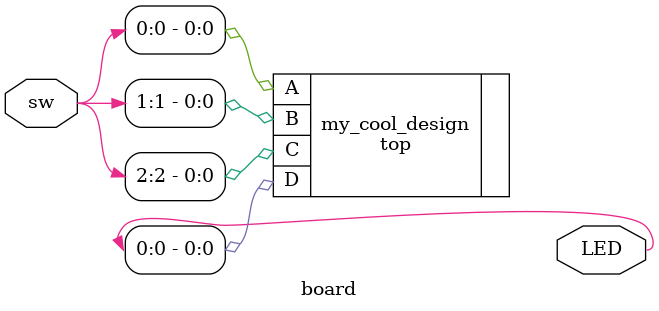
<source format=v>
`timescale 1ns / 1ps


module board(
    input wire [15:0] sw,
    output wire [15:0] LED
    );

top my_cool_design(
    .A(sw[0]),
    .B(sw[1]),
    .C(sw[2]),
    .D(LED[0])
);
endmodule

</source>
